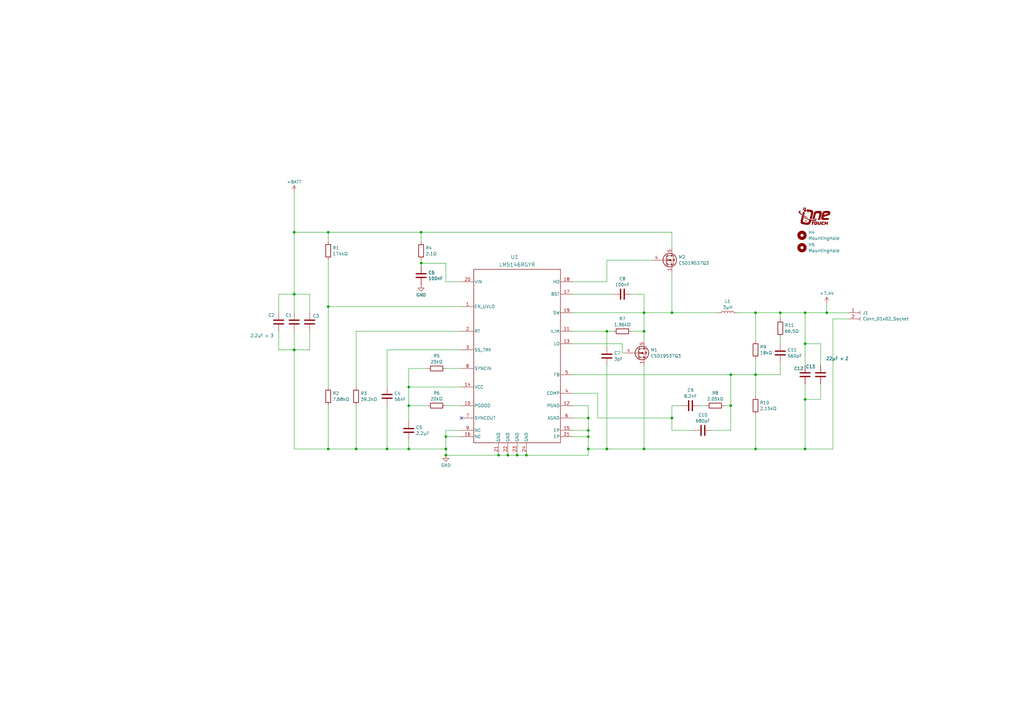
<source format=kicad_sch>
(kicad_sch (version 20231120) (generator "eeschema") (generator_version "8.0")
  (paper "A3")
  (lib_symbols
    (symbol "2024-10-20_14-32-06:LM5146RGYR" (pin_names (offset 0.254))
      (property "Reference" "U1" (at 21.844 10.16 0))
      (property "Value" "LM5146RGYR" (at 22.86 6.9791 0))
      (symbol "LM5146RGYR_0_1"
        (polyline (pts (xy 5.08 -66.04) (xy 40.64 -66.04)) (stroke (width 0.2032)))
        (polyline (pts (xy 5.08 5.08) (xy 5.08 -66.04)) (stroke (width 0.2032)))
        (polyline (pts (xy 40.64 -66.04) (xy 40.64 5.08)) (stroke (width 0.2032)))
        (polyline (pts (xy 40.64 5.08) (xy 5.08 5.08)) (stroke (width 0.2032)))
        (pin input line (at 0 -10.16 0) (length 5.08) (name "EN_UVLO") (number "1"))
        (pin open_collector line (at 0 -50.8 0) (length 5.08) (name "PGOOD") (number "10"))
        (pin unspecified line (at 45.72 -20.32 180) (length 5.08) (name "ILIM") (number "11"))
        (pin power_in line (at 45.72 -50.8 180) (length 5.08) (name "PGND") (number "12"))
        (pin unspecified line (at 45.72 -25.4 180) (length 5.08) (name "LO") (number "13"))
        (pin unspecified line (at 0 -43.18 0) (length 5.08) (name "VCC") (number "14"))
        (pin power_in line (at 45.72 -60.96 180) (length 5.08) (name "EP") (number "15"))
        (pin unspecified line (at 0 -63.5 0) (length 5.08) (name "NC") (number "16"))
        (pin unspecified line (at 45.72 -5.08 180) (length 5.08) (name "BST") (number "17"))
        (pin unspecified line (at 45.72 0 180) (length 5.08) (name "HO") (number "18"))
        (pin unspecified line (at 45.72 -12.7 180) (length 5.08) (name "SW") (number "19"))
        (pin unspecified line (at 0 -20.32 0) (length 5.08) (name "RT") (number "2"))
        (pin power_in line (at 0 0 0) (length 5.08) (name "VIN") (number "20"))
        (pin power_in line (at 45.72 -63.5 180) (length 5.08) (name "EP") (number "21"))
        (pin unspecified line (at 0 -27.94 0) (length 5.08) (name "SS_TRK") (number "3"))
        (pin unspecified line (at 45.72 -45.72 180) (length 5.08) (name "COMP") (number "4"))
        (pin unspecified line (at 45.72 -38.1 180) (length 5.08) (name "FB") (number "5"))
        (pin power_in line (at 45.72 -55.88 180) (length 5.08) (name "AGND") (number "6"))
        (pin output line (at 0 -55.88 0) (length 5.08) (name "SYNCOUT") (number "7"))
        (pin input line (at 0 -35.56 0) (length 5.08) (name "SYNCIN") (number "8"))
        (pin input line (at 0 -60.96 0) (length 5.08) (name "NC") (number "9"))
      )
      (symbol "LM5146RGYR_1_1"
        (pin unspecified line (at 15.24 -71.12 90) (length 5.08) (name "GND") (number "21"))
        (pin unspecified line (at 19.05 -71.12 90) (length 5.08) (name "GND") (number "22"))
        (pin unspecified line (at 22.86 -71.12 90) (length 5.08) (name "GND") (number "23"))
        (pin unspecified line (at 26.67 -71.12 90) (length 5.08) (name "GND") (number "24"))
      )
    )
    (symbol "Connector:Conn_01x02_Socket" (pin_names (offset 1.016) hide)
      (property "Reference" "J" (at 0 2.54 0))
      (property "Value" "Conn_01x02_Socket" (at 0 -5.08 0))
      (symbol "Conn_01x02_Socket_1_1"
        (arc (start 0 -2.032) (mid -0.5058 -2.54) (end 0 -3.048) (stroke (width 0.1524)))
        (polyline (pts (xy -1.27 -2.54) (xy -0.508 -2.54)) (stroke (width 0.1524)))
        (polyline (pts (xy -1.27 0) (xy -0.508 0)) (stroke (width 0.1524)))
        (arc (start 0 0.508) (mid -0.5058 0) (end 0 -0.508) (stroke (width 0.1524)))
        (pin passive line (at -5.08 0 0) (length 3.81) (name "Pin_1") (number "1"))
        (pin passive line (at -5.08 -2.54 0) (length 3.81) (name "Pin_2") (number "2"))
      )
    )
    (symbol "Device:C" (pin_numbers hide) (pin_names (offset 0.254))
      (property "Reference" "C" (at 0.635 2.54 0))
      (property "Value" "C" (at 0.635 -2.54 0))
      (symbol "C_0_1"
        (polyline (pts (xy -2.032 -0.762) (xy 2.032 -0.762)) (stroke (width 0.508)))
        (polyline (pts (xy -2.032 0.762) (xy 2.032 0.762)) (stroke (width 0.508)))
      )
      (symbol "C_1_1"
        (pin passive line (at 0 3.81 270) (length 2.794) (name "~") (number "1"))
        (pin passive line (at 0 -3.81 90) (length 2.794) (name "~") (number "2"))
      )
    )
    (symbol "Device:L" (pin_numbers hide) (pin_names (offset 1.016) hide)
      (property "Reference" "L" (at -1.27 0 90))
      (property "Value" "L" (at 1.905 0 90))
      (symbol "L_0_1"
        (arc (start 0 -2.54) (mid 0.6323 -1.905) (end 0 -1.27))
        (arc (start 0 -1.27) (mid 0.6323 -0.635) (end 0 0))
        (arc (start 0 0) (mid 0.6323 0.635) (end 0 1.27))
        (arc (start 0 1.27) (mid 0.6323 1.905) (end 0 2.54))
      )
      (symbol "L_1_1"
        (pin passive line (at 0 3.81 270) (length 1.27) (name "1") (number "1"))
        (pin passive line (at 0 -3.81 90) (length 1.27) (name "2") (number "2"))
      )
    )
    (symbol "Device:R" (pin_numbers hide) (pin_names (offset 0))
      (property "Reference" "R" (at 2.032 0 90))
      (property "Value" "R" (at 0 0 90))
      (symbol "R_0_1"
        (rectangle (start -1.016 -2.54) (end 1.016 2.54) (stroke (width 0.254)))
      )
      (symbol "R_1_1"
        (pin passive line (at 0 3.81 270) (length 1.27) (name "~") (number "1"))
        (pin passive line (at 0 -3.81 90) (length 1.27) (name "~") (number "2"))
      )
    )
    (symbol "Mechanical:MountingHole" (pin_names (offset 1.016)) (exclude_from_sim yes) (in_bom no)
      (property "Reference" "H" (at 0 5.08 0))
      (property "Value" "MountingHole" (at 0 3.175 0))
      (symbol "MountingHole_0_1"
        (circle (center 0 0) (radius 1.27) (stroke (width 1.27)))
      )
    )
    (symbol "Transistor_FET:CSD19537Q3" (pin_names hide)
      (property "Reference" "Q" (at 5.08 1.905 0))
      (property "Value" "CSD19537Q3" (at 5.08 0 0))
      (symbol "CSD19537Q3_0_1"
        (polyline (pts (xy 0.254 0) (xy -2.54 0)))
        (polyline (pts (xy 0.254 1.905) (xy 0.254 -1.905)) (stroke (width 0.254)))
        (polyline (pts (xy 0.762 -1.27) (xy 0.762 -2.286)) (stroke (width 0.254)))
        (polyline (pts (xy 0.762 0.508) (xy 0.762 -0.508)) (stroke (width 0.254)))
        (polyline (pts (xy 0.762 2.286) (xy 0.762 1.27)) (stroke (width 0.254)))
        (polyline (pts (xy 2.54 2.54) (xy 2.54 1.778)))
        (polyline (pts (xy 2.54 -2.54) (xy 2.54 0) (xy 0.762 0)))
        (polyline (pts (xy 0.762 -1.778) (xy 3.302 -1.778) (xy 3.302 1.778) (xy 0.762 1.778)))
        (polyline (pts (xy 1.016 0) (xy 2.032 0.381) (xy 2.032 -0.381) (xy 1.016 0)) (fill (type outline)))
        (polyline (pts (xy 2.794 0.508) (xy 2.921 0.381) (xy 3.683 0.381) (xy 3.81 0.254)))
        (polyline (pts (xy 3.302 0.381) (xy 2.921 -0.254) (xy 3.683 -0.254) (xy 3.302 0.381)))
        (circle (center 1.651 0) (radius 2.794) (stroke (width 0.254)))
        (circle (center 2.54 -1.778) (radius 0.254) (fill (type outline)))
        (circle (center 2.54 1.778) (radius 0.254) (fill (type outline)))
      )
      (symbol "CSD19537Q3_1_1"
        (pin passive line (at 2.54 -5.08 90) (length 2.54) (name "S") (number "1"))
        (pin passive line (at 2.54 -5.08 90) (length 2.54) hide (name "S") (number "2"))
        (pin passive line (at 2.54 -5.08 90) (length 2.54) hide (name "S") (number "3"))
        (pin passive line (at -5.08 0 0) (length 2.54) (name "G") (number "4"))
        (pin passive line (at 2.54 5.08 270) (length 2.54) (name "D") (number "5"))
      )
    )
    (symbol "onetouchlogo:LOGO" (pin_names (offset 1.016))
      (symbol "LOGO_0_0"
        (polyline (pts (xy -2.3876 1.7526) (xy -2.4384 1.778) (xy -2.6416 1.8034) (xy -2.667 1.8034) (xy -2.8194 1.8288) (xy -2.8702 1.778) (xy -2.7686 1.7526) (xy -2.6162 1.7272) (xy -2.4384 1.7272) (xy -2.3876 1.7526)) (stroke (width 0.0254)) (fill (type outline)))
        (polyline (pts (xy -4.3688 2.7686) (xy -4.318 2.8956) (xy -4.2926 2.9718) (xy -4.2672 3.1242) (xy -4.3434 3.175) (xy -4.4704 3.175) (xy -4.5974 3.1496) (xy -4.6736 3.0988) (xy -4.699 2.9464) (xy -4.699 2.8194) (xy -4.6482 2.7432) (xy -4.5212 2.7432) (xy -4.3688 2.7686)) (stroke (width 0.0254)) (fill (type outline)))
        (polyline (pts (xy -3.048 -1.8034) (xy -2.9972 -1.778) (xy -3.0734 -1.7272) (xy -3.2258 -1.7018) (xy -3.6322 -1.651) (xy -3.7846 -1.651) (xy -3.8862 -1.6764) (xy -3.937 -1.7018) (xy -3.8862 -1.778) (xy -3.7592 -1.8034) (xy -3.6068 -1.8288) (xy -3.2004 -1.8288) (xy -3.048 -1.8034)) (stroke (width 0.0254)) (fill (type outline)))
        (polyline (pts (xy -4.318 3.4544) (xy -4.2164 3.4798) (xy -4.191 3.6068) (xy -4.2164 3.6322) (xy -4.2418 3.7338) (xy -4.3688 3.7592) (xy -4.4704 3.7338) (xy -4.5212 3.7084) (xy -4.5212 3.6576) (xy -4.572 3.5306) (xy -4.572 3.5052) (xy -4.5466 3.4544) (xy -4.3942 3.429) (xy -4.318 3.4544)) (stroke (width 0.0254)) (fill (type outline)))
        (polyline (pts (xy -3.5814 3.1496) (xy -3.5306 3.2512) (xy -3.5052 3.429) (xy -3.5052 3.4544) (xy -3.4798 3.6068) (xy -3.556 3.6576) (xy -3.683 3.683) (xy -3.7846 3.683) (xy -3.9116 3.6576) (xy -3.9878 3.556) (xy -4.0386 3.3528) (xy -4.0894 3.1242) (xy -3.683 3.1242) (xy -3.5814 3.1496)) (stroke (width 0.0254)) (fill (type outline)))
        (polyline (pts (xy -3.5814 2.1336) (xy -3.5052 2.2098) (xy -3.4544 2.3368) (xy -3.4036 2.5654) (xy -3.3528 2.8702) (xy -3.937 2.8702) (xy -4.0894 2.8448) (xy -4.1402 2.8194) (xy -4.1402 2.794) (xy -4.1656 2.667) (xy -4.191 2.4892) (xy -4.2164 2.413) (xy -4.2418 2.2352) (xy -4.2164 2.159) (xy -4.191 2.1336) (xy -4.064 2.1082) (xy -3.7084 2.1082) (xy -3.5814 2.1336)) (stroke (width 0.0254)) (fill (type outline)))
        (polyline (pts (xy -4.191 0.762) (xy -4.1402 0.9144) (xy -4.1402 0.9652) (xy -4.064 1.1938) (xy -4.0132 1.397) (xy -3.9624 1.5748) (xy -3.9624 1.6764) (xy -4.0132 1.7272) (xy -4.1656 1.7526) (xy -4.3434 1.8288) (xy -4.4958 1.9304) (xy -4.5466 1.9558) (xy -4.572 2.0066) (xy -4.6228 1.9558) (xy -4.6736 1.8542) (xy -4.7752 1.397) (xy -4.826 1.2192) (xy -4.826 1.0668) (xy -4.7244 0.9652) (xy -4.572 0.8382) (xy -4.4704 0.762) (xy -4.318 0.6858) (xy -4.2418 0.6604) (xy -4.191 0.762)) (stroke (width 0.0254)) (fill (type outline)))
        (polyline (pts (xy -0.8128 -3.2766) (xy -0.7366 -3.2512) (xy -0.6858 -3.1242) (xy -0.6096 -2.921) (xy -0.5588 -2.7686) (xy -0.508 -2.5654) (xy -0.4826 -2.4384) (xy -0.4318 -2.3876) (xy -0.2794 -2.3368) (xy -0.2032 -2.3368) (xy -0.0508 -2.2352) (xy 0 -2.0828) (xy -0.0254 -2.0574) (xy -0.1016 -2.032) (xy -0.7874 -2.032) (xy -0.9652 -2.0574) (xy -1.0668 -2.0828) (xy -1.1176 -2.1336) (xy -1.143 -2.1844) (xy -1.143 -2.2352) (xy -1.1176 -2.3114) (xy -0.9906 -2.3368) (xy -0.9398 -2.3368) (xy -0.8636 -2.3622) (xy -0.8382 -2.413) (xy -0.8636 -2.54) (xy -0.9398 -2.7432) (xy -0.9652 -2.8702) (xy -1.016 -3.048) (xy -1.016 -3.175) (xy -0.9906 -3.2512) (xy -0.8636 -3.302) (xy -0.8128 -3.2766)) (stroke (width 0.0254)) (fill (type outline)))
        (polyline (pts (xy 3.7338 -3.2512) (xy 3.81 -3.2004) (xy 3.8608 -3.1242) (xy 3.8608 -3.0988) (xy 3.8862 -3.0226) (xy 3.8608 -2.9972) (xy 3.7592 -2.9718) (xy 3.1496 -2.9718) (xy 3.2004 -2.794) (xy 3.2512 -2.6416) (xy 3.302 -2.4638) (xy 3.3782 -2.3876) (xy 3.5052 -2.3368) (xy 3.9116 -2.3368) (xy 4.064 -2.3114) (xy 4.1148 -2.286) (xy 4.1148 -2.2352) (xy 4.1656 -2.1082) (xy 4.1656 -2.0574) (xy 4.0894 -2.032) (xy 3.4544 -2.032) (xy 3.2258 -2.0828) (xy 3.0734 -2.1844) (xy 2.9718 -2.3622) (xy 2.8702 -2.6416) (xy 2.8702 -2.7178) (xy 2.8194 -2.921) (xy 2.8194 -3.0734) (xy 2.8702 -3.175) (xy 2.9972 -3.2258) (xy 3.0734 -3.2512) (xy 3.2512 -3.2766) (xy 3.556 -3.2766) (xy 3.7338 -3.2512)) (stroke (width 0.0254)) (fill (type outline)))
        (polyline (pts (xy 2.286 -3.2004) (xy 2.3622 -3.175) (xy 2.4384 -3.1242) (xy 2.5146 -3.0226) (xy 2.5654 -2.8702) (xy 2.6416 -2.6162) (xy 2.667 -2.54) (xy 2.7178 -2.3114) (xy 2.7686 -2.1336) (xy 2.794 -2.0574) (xy 2.7432 -2.032) (xy 2.6162 -2.032) (xy 2.5146 -2.0574) (xy 2.4384 -2.1082) (xy 2.3876 -2.2352) (xy 2.3368 -2.4384) (xy 2.2606 -2.6416) (xy 2.2098 -2.8194) (xy 2.1844 -2.8956) (xy 2.159 -2.921) (xy 2.032 -2.9718) (xy 1.7526 -2.9718) (xy 1.7018 -2.921) (xy 1.7272 -2.8448) (xy 1.7526 -2.667) (xy 1.8288 -2.4384) (xy 1.9558 -2.032) (xy 1.6256 -2.032) (xy 1.5748 -2.1082) (xy 1.4986 -2.286) (xy 1.4986 -2.3368) (xy 1.4224 -2.5654) (xy 1.3716 -2.7686) (xy 1.3462 -2.9718) (xy 1.3716 -3.1242) (xy 1.524 -3.2258) (xy 1.6764 -3.2766) (xy 2.0066 -3.2766) (xy 2.286 -3.2004)) (stroke (width 0.0254)) (fill (type outline)))
        (polyline (pts (xy 0.8382 -3.2004) (xy 0.8636 -3.2004) (xy 0.9652 -3.1242) (xy 1.0414 -3.048) (xy 1.0922 -2.8956) (xy 1.1684 -2.6416) (xy 1.1938 -2.5146) (xy 1.2446 -2.3114) (xy 1.2446 -2.2098) (xy 1.2192 -2.159) (xy 1.1684 -2.1082) (xy 1.1176 -2.0828) (xy 0.9652 -2.032) (xy 0.4826 -2.032) (xy 0.2794 -2.0828) (xy 0.2286 -2.1082) (xy 0.1524 -2.1844) (xy 0.0762 -2.3368) (xy 0 -2.5908) (xy -0.0508 -2.7432) (xy -0.1016 -2.9464) (xy 0.254 -2.9464) (xy 0.2794 -2.8194) (xy 0.3302 -2.667) (xy 0.3556 -2.5654) (xy 0.4064 -2.4384) (xy 0.508 -2.3622) (xy 0.6604 -2.3368) (xy 0.8382 -2.3368) (xy 0.8636 -2.3876) (xy 0.8636 -2.4892) (xy 0.8128 -2.6162) (xy 0.762 -2.8194) (xy 0.635 -2.9464) (xy 0.4572 -2.9718) (xy 0.3048 -2.9718) (xy 0.254 -2.9464) (xy -0.1016 -2.9464) (xy -0.1016 -3.0734) (xy -0.0508 -3.175) (xy 0.0762 -3.2258) (xy 0.254 -3.2766) (xy 0.5334 -3.2766) (xy 0.8382 -3.2004)) (stroke (width 0.0254)) (fill (type outline)))
        (polyline (pts (xy 5.2578 -3.2766) (xy 5.334 -3.175) (xy 5.3848 -3.0226) (xy 5.461 -2.7686) (xy 5.5118 -2.54) (xy 5.588 -2.3114) (xy 5.6134 -2.1336) (xy 5.6388 -2.0574) (xy 5.588 -2.032) (xy 5.4102 -2.032) (xy 5.3086 -2.1082) (xy 5.2324 -2.286) (xy 5.1816 -2.413) (xy 5.08 -2.4892) (xy 4.9022 -2.5146) (xy 4.6736 -2.54) (xy 4.7244 -2.2606) (xy 4.7244 -2.1844) (xy 4.7498 -2.0574) (xy 4.699 -2.032) (xy 4.5212 -2.032) (xy 4.445 -2.0828) (xy 4.3942 -2.159) (xy 4.3434 -2.3368) (xy 4.2672 -2.5908) (xy 4.2418 -2.6924) (xy 4.1656 -2.921) (xy 4.1402 -3.1242) (xy 4.1148 -3.2258) (xy 4.1402 -3.2766) (xy 4.2926 -3.2766) (xy 4.3688 -3.2512) (xy 4.4704 -3.175) (xy 4.5212 -3.0226) (xy 4.5212 -2.9718) (xy 4.572 -2.8448) (xy 4.6482 -2.794) (xy 5.08 -2.794) (xy 5.0292 -3.048) (xy 5.0292 -3.0988) (xy 5.0038 -3.2258) (xy 5.0546 -3.2766) (xy 5.1562 -3.302) (xy 5.2578 -3.2766)) (stroke (width 0.0254)) (fill (type outline)))
        (polyline (pts (xy -2.667 -0.4064) (xy -2.794 -0.3302) (xy -2.9972 -0.2286) (xy -3.2766 -0.0762) (xy -3.6068 0.1016) (xy -4.0894 0.3556) (xy -4.5466 0.6096) (xy -4.9022 0.8382) (xy -5.207 1.0414) (xy -5.4356 1.2192) (xy -5.6388 1.4224) (xy -5.7912 1.6002) (xy -5.9182 1.8288) (xy -5.9182 2.032) (xy -5.7912 2.1844) (xy -5.5626 2.286) (xy -5.461 2.3368) (xy -5.5372 2.3622) (xy -5.715 2.3622) (xy -6.0198 2.3368) (xy -6.2738 2.2606) (xy -6.4008 2.1336) (xy -6.4262 1.9812) (xy -6.35 1.7526) (xy -6.1722 1.4986) (xy -5.8674 1.2192) (xy -5.461 0.9144) (xy -5.3848 0.8636) (xy -5.1816 0.7112) (xy -5.0546 0.6096) (xy -5.0038 0.508) (xy -5.0038 0.4318) (xy -5.0292 0.4064) (xy -5.0038 0.3048) (xy -4.9022 0.2286) (xy -4.7244 0.1524) (xy -4.6228 0.1016) (xy -4.4704 0.0508) (xy -4.3688 0.0254) (xy -4.3434 0.0508) (xy -4.318 0.127) (xy -4.318 0.1778) (xy -4.2672 0.1778) (xy -4.1656 0.1524) (xy -4.0132 0.1016) (xy -3.7592 0) (xy -3.4036 -0.1524) (xy -2.8956 -0.3556) (xy -2.7178 -0.4064) (xy -2.6416 -0.4318) (xy -2.667 -0.4064)) (stroke (width 0.0254)) (fill (type outline)))
        (polyline (pts (xy -1.1684 -0.9652) (xy -1.1176 -0.889) (xy -1.1176 -0.8128) (xy -1.0668 -0.6096) (xy -0.9906 -0.3302) (xy -0.889 0) (xy -0.8128 0.3556) (xy -0.6858 0.8636) (xy -0.5842 1.2954) (xy -0.5334 1.651) (xy -0.5334 1.9304) (xy -0.5588 2.159) (xy -0.635 2.3368) (xy -0.7366 2.4892) (xy -0.762 2.5146) (xy -0.889 2.6162) (xy -1.016 2.6924) (xy -1.1684 2.7432) (xy -1.397 2.794) (xy -1.7272 2.8448) (xy -2.1336 2.8956) (xy -2.3876 2.921) (xy -2.6924 2.9718) (xy -2.8702 2.9972) (xy -2.9972 2.9972) (xy -3.048 2.9718) (xy -3.048 2.8956) (xy -3.0226 2.8702) (xy -3.0226 2.6924) (xy -3.0734 2.5146) (xy -3.0734 2.413) (xy -3.0988 2.2606) (xy -3.0988 2.2098) (xy -3.0734 2.1844) (xy -2.9464 2.1844) (xy -2.7432 2.1336) (xy -2.4892 2.1082) (xy -2.1082 2.0574) (xy -1.8034 2.0066) (xy -1.5748 1.9304) (xy -1.4478 1.8288) (xy -1.3716 1.651) (xy -1.3462 1.4224) (xy -1.397 1.1176) (xy -1.4732 0.7366) (xy -1.6002 0.2286) (xy -1.6764 -0.0508) (xy -1.7526 -0.3556) (xy -1.8034 -0.6096) (xy -1.8288 -0.7874) (xy -1.8288 -0.8636) (xy -1.6002 -0.9398) (xy -1.4478 -0.9652) (xy -1.27 -0.9906) (xy -1.1684 -0.9652)) (stroke (width 0.0254)) (fill (type outline)))
        (polyline (pts (xy 2.6416 0.1016) (xy 2.7178 0.3556) (xy 2.8194 0.8128) (xy 2.8956 1.143) (xy 2.9464 1.4224) (xy 2.9718 1.6256) (xy 2.9718 1.778) (xy 2.9464 1.905) (xy 2.8956 2.0066) (xy 2.8702 2.0828) (xy 2.7432 2.1844) (xy 2.5908 2.2606) (xy 2.3622 2.3368) (xy 2.032 2.3622) (xy 1.6002 2.3622) (xy 1.1176 2.3368) (xy 0.7366 2.286) (xy 0.4318 2.2098) (xy 0.2032 2.0574) (xy 0.0254 1.8542) (xy -0.1016 1.6002) (xy -0.1016 1.5748) (xy -0.1524 1.4478) (xy -0.2286 1.2192) (xy -0.3048 0.9144) (xy -0.381 0.5842) (xy -0.4826 0.2286) (xy -0.5588 -0.127) (xy -0.6604 -0.4318) (xy -0.7112 -0.7112) (xy -0.762 -0.9144) (xy -0.762 -0.9906) (xy -0.7366 -1.0414) (xy -0.6096 -1.0668) (xy -0.0254 -1.0668) (xy 0.2032 -0.1016) (xy 0.3048 0.3048) (xy 0.4064 0.6858) (xy 0.508 0.9906) (xy 0.6096 1.1938) (xy 0.7112 1.3208) (xy 0.8382 1.4224) (xy 0.9906 1.4478) (xy 1.2192 1.4732) (xy 1.8288 1.4732) (xy 1.9812 1.4478) (xy 2.0574 1.3716) (xy 2.0828 1.2446) (xy 2.0828 1.0668) (xy 2.032 0.8128) (xy 1.9558 0.4572) (xy 1.8288 -0.0254) (xy 1.524 -1.27) (xy 2.3114 -1.27) (xy 2.6416 0.1016)) (stroke (width 0.0254)) (fill (type outline)))
        (polyline (pts (xy 5.7912 -1.2192) (xy 5.842 -1.0668) (xy 5.8674 -0.9398) (xy 5.9182 -0.7366) (xy 5.969 -0.5588) (xy 4.2926 -0.5588) (xy 4.0386 -0.5334) (xy 3.8354 -0.4826) (xy 3.7338 -0.4318) (xy 3.683 -0.3556) (xy 3.683 -0.1524) (xy 3.7338 -0.1016) (xy 3.8354 -0.0508) (xy 4.0132 0.0254) (xy 4.2418 0.127) (xy 4.572 0.2286) (xy 5.0038 0.381) (xy 6.3246 0.8382) (xy 6.4008 1.1684) (xy 6.4008 1.2446) (xy 6.477 1.6002) (xy 6.4516 1.8796) (xy 6.3754 2.0828) (xy 6.223 2.2098) (xy 5.969 2.3114) (xy 5.588 2.3368) (xy 5.1054 2.3622) (xy 4.9022 2.3622) (xy 4.5212 2.3368) (xy 4.2164 2.3114) (xy 3.9878 2.2606) (xy 3.81 2.159) (xy 3.6322 2.032) (xy 3.4544 1.8542) (xy 3.4036 1.7272) (xy 3.3274 1.5494) (xy 3.2512 1.3208) (xy 3.1496 0.8636) (xy 3.9116 0.8636) (xy 3.9624 1.0414) (xy 4.0132 1.1938) (xy 4.0894 1.3716) (xy 4.191 1.4986) (xy 4.3688 1.5748) (xy 4.6228 1.6002) (xy 4.9784 1.5748) (xy 5.2832 1.5748) (xy 5.461 1.5494) (xy 5.5626 1.524) (xy 5.6134 1.4986) (xy 5.6388 1.4224) (xy 5.6388 1.397) (xy 5.588 1.3462) (xy 5.5118 1.2954) (xy 5.3594 1.2192) (xy 5.1308 1.1176) (xy 4.8006 1.016) (xy 4.699 0.9652) (xy 4.1656 0.7874) (xy 3.9878 0.7366) (xy 3.9116 0.7112) (xy 3.9116 0.8636) (xy 3.1496 0.8636) (xy 3.0734 0.6096) (xy 2.9718 0.1778) (xy 2.8956 -0.2286) (xy 2.8448 -0.5334) (xy 2.8702 -0.762) (xy 2.921 -0.9398) (xy 2.9972 -1.0668) (xy 3.1496 -1.1684) (xy 3.2258 -1.1938) (xy 3.3274 -1.2192) (xy 3.5052 -1.2192) (xy 3.7592 -1.2446) (xy 4.5466 -1.2446) (xy 5.7912 -1.2192)) (stroke (width 0.0254)) (fill (type outline)))
        (polyline (pts (xy -2.3876 -3.2004) (xy -2.3622 -3.2004) (xy -2.1336 -3.0988) (xy -1.9304 -2.9718) (xy -1.778 -2.7686) (xy -1.6256 -2.4892) (xy -1.4732 -2.1336) (xy -1.3208 -1.651) (xy -1.2446 -1.6256) (xy -1.1176 -1.6256) (xy -0.8636 -1.6764) (xy -0.6858 -1.7018) (xy -0.3048 -1.7526) (xy 0.0508 -1.7272) (xy 0.3302 -1.6764) (xy 0.5588 -1.6002) (xy 0.7366 -1.397) (xy 0.8128 -1.1684) (xy 0.762 -0.889) (xy 0.5842 -0.635) (xy 0.4318 -0.4572) (xy 0.508 -0.6604) (xy 0.5334 -0.7112) (xy 0.5588 -0.889) (xy 0.508 -1.016) (xy 0.508 -1.0414) (xy 0.3302 -1.2192) (xy 0.0508 -1.3208) (xy -0.3048 -1.3716) (xy -0.7366 -1.3716) (xy -1.27 -1.2954) (xy -1.8288 -1.143) (xy -2.4638 -0.9652) (xy -3.1496 -0.7112) (xy -3.8862 -0.4064) (xy -4.6482 -0.0508) (xy -4.7244 0) (xy -4.953 0.1016) (xy -5.1308 0.2032) (xy -5.2324 0.2286) (xy -5.1054 0.1016) (xy -5.3594 -0.889) (xy -5.461 -1.3208) (xy -5.5372 -1.7272) (xy -5.5372 -1.7526) (xy -4.7752 -1.7526) (xy -4.7752 -1.7018) (xy -4.7498 -1.5494) (xy -4.699 -1.3208) (xy -4.6482 -1.0668) (xy -4.572 -0.8128) (xy -4.5212 -0.5842) (xy -4.4704 -0.4064) (xy -4.445 -0.3302) (xy -4.4196 -0.3302) (xy -4.3434 -0.3556) (xy -4.1656 -0.4318) (xy -3.9116 -0.5334) (xy -3.6322 -0.6858) (xy -3.6068 -0.6858) (xy -2.9464 -0.9906) (xy -2.6416 -1.1176) (xy -2.4384 -1.1938) (xy -2.3368 -1.2446) (xy -2.159 -1.3208) (xy -2.0828 -1.3716) (xy -2.0574 -1.4478) (xy -2.0574 -1.5494) (xy -2.0828 -1.6256) (xy -2.159 -1.905) (xy -2.3114 -2.1336) (xy -2.4638 -2.3114) (xy -2.6924 -2.3876) (xy -3.048 -2.4384) (xy -3.5052 -2.3876) (xy -3.7084 -2.3622) (xy -3.9878 -2.3368) (xy -4.191 -2.3114) (xy -4.2926 -2.286) (xy -4.5466 -2.159) (xy -4.7244 -1.9812) (xy -4.7752 -1.7526) (xy -5.5372 -1.7526) (xy -5.588 -2.032) (xy -5.5626 -2.286) (xy -5.5118 -2.4892) (xy -5.4356 -2.6416) (xy -5.1816 -2.8956) (xy -4.9784 -2.9718) (xy -4.7498 -3.048) (xy -4.3942 -3.0988) (xy -3.9624 -3.1496) (xy -3.7338 -3.2004) (xy -3.3782 -3.2258) (xy -3.0988 -3.2512) (xy -2.8956 -3.2766) (xy -2.7686 -3.2766) (xy -2.3876 -3.2004)) (stroke (width 0.0254)) (fill (type outline)))
      )
    )
    (symbol "power:+7.5V" (power) (pin_numbers hide) (pin_names (offset 0) hide)
      (property "Value" "+7.5V" (at 0 3.556 0))
      (symbol "+7.5V_0_1"
        (polyline (pts (xy -0.762 1.27) (xy 0 2.54)))
        (polyline (pts (xy 0 0) (xy 0 2.54)))
        (polyline (pts (xy 0 2.54) (xy 0.762 1.27)))
      )
      (symbol "+7.5V_1_1"
        (pin power_in line (at 0 0 90) (length 0) (name "~") (number "1"))
      )
    )
    (symbol "power:+BATT" (power) (pin_numbers hide) (pin_names (offset 0) hide)
      (property "Value" "+BATT" (at 0 3.556 0))
      (symbol "+BATT_0_1"
        (polyline (pts (xy -0.762 1.27) (xy 0 2.54)))
        (polyline (pts (xy 0 0) (xy 0 2.54)))
        (polyline (pts (xy 0 2.54) (xy 0.762 1.27)))
      )
      (symbol "+BATT_1_1"
        (pin power_in line (at 0 0 90) (length 0) (name "~") (number "1"))
      )
    )
    (symbol "power:GND" (power) (pin_numbers hide) (pin_names (offset 0) hide)
      (property "Value" "GND" (at 0 -3.81 0))
      (symbol "GND_0_1"
        (polyline (pts (xy 0 0) (xy 0 -1.27) (xy 1.27 -1.27) (xy 0 -2.54) (xy -1.27 -1.27) (xy 0 -1.27)))
      )
      (symbol "GND_1_1"
        (pin power_in line (at 0 0 270) (length 0) (name "~") (number "1"))
      )
    )
  )
  (junction (at 275.59 171.45))
  (junction (at 309.88 153.67))
  (junction (at 120.65 120.65))
  (junction (at 275.59 128.27))
  (junction (at 330.2 184.15))
  (junction (at 182.88 179.07))
  (junction (at 264.16 184.15))
  (junction (at 320.04 128.27))
  (junction (at 248.92 135.89))
  (junction (at 241.3 171.45))
  (junction (at 167.64 184.15))
  (junction (at 146.05 184.15))
  (junction (at 215.9 186.69))
  (junction (at 172.72 95.25))
  (junction (at 208.28 186.69))
  (junction (at 134.62 125.73))
  (junction (at 309.88 128.27))
  (junction (at 212.09 186.69))
  (junction (at 134.62 95.25))
  (junction (at 241.3 184.15))
  (junction (at 204.47 186.69))
  (junction (at 299.72 166.37))
  (junction (at 120.65 95.25))
  (junction (at 120.65 143.51))
  (junction (at 241.3 179.07))
  (junction (at 330.2 128.27))
  (junction (at 309.88 184.15))
  (junction (at 330.2 140.97))
  (junction (at 299.72 153.67))
  (junction (at 182.88 186.69))
  (junction (at 241.3 176.53))
  (junction (at 264.16 128.27))
  (junction (at 134.62 184.15))
  (junction (at 167.64 158.75))
  (junction (at 264.16 135.89))
  (junction (at 158.75 184.15))
  (junction (at 167.64 166.37))
  (junction (at 339.09 128.27))
  (junction (at 248.92 184.15))
  (junction (at 172.72 107.95))
  (junction (at 182.88 184.15))
  (junction (at 330.2 163.83))
  (no_connect (at 189.23 171.45))
  (wire (pts (xy 167.64 180.34) (xy 167.64 184.15)))
  (wire (pts (xy 248.92 184.15) (xy 264.16 184.15)))
  (wire (pts (xy 248.92 184.15) (xy 241.3 184.15)))
  (wire (pts (xy 234.95 135.89) (xy 248.92 135.89)))
  (wire (pts (xy 172.72 99.06) (xy 172.72 95.25)))
  (wire (pts (xy 234.95 120.65) (xy 251.46 120.65)))
  (wire (pts (xy 330.2 184.15) (xy 309.88 184.15)))
  (wire (pts (xy 114.3 143.51) (xy 120.65 143.51)))
  (wire (pts (xy 172.72 107.95) (xy 172.72 109.22)))
  (wire (pts (xy 302.26 128.27) (xy 309.88 128.27)))
  (wire (pts (xy 241.3 171.45) (xy 241.3 166.37)))
  (wire (pts (xy 336.55 163.83) (xy 330.2 163.83)))
  (wire (pts (xy 127 135.89) (xy 127 143.51)))
  (wire (pts (xy 158.75 184.15) (xy 167.64 184.15)))
  (wire (pts (xy 320.04 130.81) (xy 320.04 128.27)))
  (wire (pts (xy 158.75 143.51) (xy 189.23 143.51)))
  (wire (pts (xy 167.64 158.75) (xy 189.23 158.75)))
  (wire (pts (xy 134.62 99.06) (xy 134.62 95.25)))
  (wire (pts (xy 275.59 171.45) (xy 275.59 176.53)))
  (wire (pts (xy 245.11 161.29) (xy 234.95 161.29)))
  (wire (pts (xy 241.3 176.53) (xy 241.3 171.45)))
  (wire (pts (xy 336.55 140.97) (xy 330.2 140.97)))
  (wire (pts (xy 264.16 128.27) (xy 264.16 135.89)))
  (wire (pts (xy 320.04 128.27) (xy 330.2 128.27)))
  (wire (pts (xy 336.55 157.48) (xy 336.55 163.83)))
  (wire (pts (xy 120.65 143.51) (xy 120.65 184.15)))
  (wire (pts (xy 120.65 95.25) (xy 134.62 95.25)))
  (wire (pts (xy 309.88 170.18) (xy 309.88 184.15)))
  (wire (pts (xy 134.62 125.73) (xy 134.62 158.75)))
  (wire (pts (xy 341.63 184.15) (xy 330.2 184.15)))
  (wire (pts (xy 248.92 115.57) (xy 234.95 115.57)))
  (wire (pts (xy 275.59 111.76) (xy 275.59 128.27)))
  (wire (pts (xy 127 120.65) (xy 120.65 120.65)))
  (wire (pts (xy 299.72 166.37) (xy 297.18 166.37)))
  (wire (pts (xy 248.92 135.89) (xy 248.92 142.24)))
  (wire (pts (xy 320.04 153.67) (xy 320.04 148.59)))
  (wire (pts (xy 146.05 158.75) (xy 146.05 135.89)))
  (wire (pts (xy 167.64 166.37) (xy 167.64 158.75)))
  (wire (pts (xy 330.2 163.83) (xy 330.2 184.15)))
  (wire (pts (xy 134.62 106.68) (xy 134.62 125.73)))
  (wire (pts (xy 172.72 107.95) (xy 182.88 107.95)))
  (wire (pts (xy 339.09 128.27) (xy 347.98 128.27)))
  (wire (pts (xy 146.05 166.37) (xy 146.05 184.15)))
  (wire (pts (xy 134.62 95.25) (xy 172.72 95.25)))
  (wire (pts (xy 182.88 186.69) (xy 182.88 184.15)))
  (wire (pts (xy 241.3 179.07) (xy 241.3 176.53)))
  (wire (pts (xy 234.95 171.45) (xy 241.3 171.45)))
  (wire (pts (xy 182.88 115.57) (xy 189.23 115.57)))
  (wire (pts (xy 264.16 149.86) (xy 264.16 184.15)))
  (wire (pts (xy 248.92 135.89) (xy 251.46 135.89)))
  (wire (pts (xy 341.63 130.81) (xy 341.63 184.15)))
  (wire (pts (xy 275.59 166.37) (xy 275.59 171.45)))
  (wire (pts (xy 172.72 95.25) (xy 275.59 95.25)))
  (wire (pts (xy 275.59 128.27) (xy 294.64 128.27)))
  (wire (pts (xy 320.04 138.43) (xy 320.04 140.97)))
  (wire (pts (xy 255.27 144.78) (xy 255.27 140.97)))
  (wire (pts (xy 255.27 144.78) (xy 256.54 144.78)))
  (wire (pts (xy 158.75 166.37) (xy 158.75 184.15)))
  (wire (pts (xy 309.88 128.27) (xy 309.88 139.7)))
  (wire (pts (xy 167.64 172.72) (xy 167.64 166.37)))
  (wire (pts (xy 309.88 128.27) (xy 320.04 128.27)))
  (wire (pts (xy 134.62 166.37) (xy 134.62 184.15)))
  (wire (pts (xy 309.88 153.67) (xy 309.88 162.56)))
  (wire (pts (xy 182.88 151.13) (xy 189.23 151.13)))
  (wire (pts (xy 172.72 106.68) (xy 172.72 107.95)))
  (wire (pts (xy 182.88 179.07) (xy 182.88 176.53)))
  (wire (pts (xy 146.05 184.15) (xy 158.75 184.15)))
  (wire (pts (xy 299.72 166.37) (xy 299.72 153.67)))
  (wire (pts (xy 287.02 166.37) (xy 289.56 166.37)))
  (wire (pts (xy 245.11 171.45) (xy 275.59 171.45)))
  (wire (pts (xy 167.64 166.37) (xy 175.26 166.37)))
  (wire (pts (xy 292.1 176.53) (xy 299.72 176.53)))
  (wire (pts (xy 234.95 153.67) (xy 299.72 153.67)))
  (wire (pts (xy 127 128.27) (xy 127 120.65)))
  (wire (pts (xy 127 143.51) (xy 120.65 143.51)))
  (wire (pts (xy 120.65 95.25) (xy 120.65 120.65)))
  (wire (pts (xy 347.98 130.81) (xy 341.63 130.81)))
  (wire (pts (xy 234.95 128.27) (xy 264.16 128.27)))
  (wire (pts (xy 248.92 149.86) (xy 248.92 184.15)))
  (wire (pts (xy 299.72 166.37) (xy 299.72 176.53)))
  (wire (pts (xy 204.47 186.69) (xy 208.28 186.69)))
  (wire (pts (xy 167.64 151.13) (xy 175.26 151.13)))
  (wire (pts (xy 182.88 179.07) (xy 189.23 179.07)))
  (wire (pts (xy 134.62 125.73) (xy 189.23 125.73)))
  (wire (pts (xy 120.65 78.74) (xy 120.65 95.25)))
  (wire (pts (xy 339.09 124.46) (xy 339.09 128.27)))
  (wire (pts (xy 275.59 176.53) (xy 284.48 176.53)))
  (wire (pts (xy 215.9 186.69) (xy 241.3 186.69)))
  (wire (pts (xy 158.75 158.75) (xy 158.75 143.51)))
  (wire (pts (xy 234.95 179.07) (xy 241.3 179.07)))
  (wire (pts (xy 259.08 135.89) (xy 264.16 135.89)))
  (wire (pts (xy 134.62 184.15) (xy 146.05 184.15)))
  (wire (pts (xy 248.92 106.68) (xy 267.97 106.68)))
  (wire (pts (xy 264.16 128.27) (xy 275.59 128.27)))
  (wire (pts (xy 182.88 107.95) (xy 182.88 115.57)))
  (wire (pts (xy 114.3 128.27) (xy 114.3 120.65)))
  (wire (pts (xy 182.88 186.69) (xy 204.47 186.69)))
  (wire (pts (xy 212.09 186.69) (xy 215.9 186.69)))
  (wire (pts (xy 167.64 184.15) (xy 182.88 184.15)))
  (wire (pts (xy 259.08 120.65) (xy 264.16 120.65)))
  (wire (pts (xy 182.88 166.37) (xy 189.23 166.37)))
  (wire (pts (xy 299.72 153.67) (xy 309.88 153.67)))
  (wire (pts (xy 241.3 184.15) (xy 241.3 179.07)))
  (wire (pts (xy 146.05 135.89) (xy 189.23 135.89)))
  (wire (pts (xy 120.65 135.89) (xy 120.65 143.51)))
  (wire (pts (xy 339.09 128.27) (xy 330.2 128.27)))
  (wire (pts (xy 120.65 120.65) (xy 120.65 128.27)))
  (wire (pts (xy 264.16 184.15) (xy 309.88 184.15)))
  (wire (pts (xy 330.2 140.97) (xy 330.2 149.86)))
  (wire (pts (xy 264.16 120.65) (xy 264.16 128.27)))
  (wire (pts (xy 336.55 149.86) (xy 336.55 140.97)))
  (wire (pts (xy 248.92 106.68) (xy 248.92 115.57)))
  (wire (pts (xy 279.4 166.37) (xy 275.59 166.37)))
  (wire (pts (xy 241.3 186.69) (xy 241.3 184.15)))
  (wire (pts (xy 275.59 95.25) (xy 275.59 101.6)))
  (wire (pts (xy 208.28 186.69) (xy 212.09 186.69)))
  (wire (pts (xy 182.88 176.53) (xy 189.23 176.53)))
  (wire (pts (xy 114.3 120.65) (xy 120.65 120.65)))
  (wire (pts (xy 330.2 157.48) (xy 330.2 163.83)))
  (wire (pts (xy 309.88 153.67) (xy 320.04 153.67)))
  (wire (pts (xy 167.64 158.75) (xy 167.64 151.13)))
  (wire (pts (xy 182.88 184.15) (xy 182.88 179.07)))
  (wire (pts (xy 241.3 166.37) (xy 234.95 166.37)))
  (wire (pts (xy 234.95 176.53) (xy 241.3 176.53)))
  (wire (pts (xy 255.27 140.97) (xy 234.95 140.97)))
  (wire (pts (xy 330.2 128.27) (xy 330.2 140.97)))
  (wire (pts (xy 309.88 147.32) (xy 309.88 153.67)))
  (wire (pts (xy 264.16 135.89) (xy 264.16 139.7)))
  (wire (pts (xy 245.11 171.45) (xy 245.11 161.29)))
  (wire (pts (xy 114.3 135.89) (xy 114.3 143.51)))
  (wire (pts (xy 120.65 184.15) (xy 134.62 184.15)))
  (symbol (lib_id "Mechanical:MountingHole") (at 328.93 96.52 0) (unit 1) (exclude_from_sim yes) (in_bom no)
    (property "Reference" "H4" (at 331.47 95.3078 0) (effects (justify left)))
    (property "Value" "MountingHole" (at 331.47 97.7321 0) (effects (justify left)))
    (property "Footprint" "MountingHole:MountingHole_2.2mm_M2_DIN965_Pad" (effects (hide yes)))
    (property "Description" "Mounting Hole without connection" (effects (hide yes)))
  )
  (symbol (lib_id "2024-10-20_14-32-06:LM5146RGYR") (at 189.23 115.57 0) (unit 1)
    (property "Reference" "U1" (at 211.074 105.41 0) (effects (font (size 1.524 1.524))))
    (property "Value" "LM5146RGYR" (at 212.09 108.5909 0) (effects (font (size 1.524 1.524))))
    (property "Footprint" "LM5146QRGYTQ1:RGY0020B-MFG" (effects (hide yes)))
    (property "Datasheet" "https://webench.ti.com/power-designer/switching-regulator/customize/2?VinMin=35&VinMax=60&O1V=7.4&O1I=20&base_pn=LM5146&AppType=None&Flavor=None&op_TA=22&origin=pf_panel&lang_chosen=en-US&optfactor=3&Topology=Buck&flavor=None&VoltageOption=None#:~:text=Texas%20Instruments-,LM5146RGYR,-1" (effects (hide yes)))
    (property "PArt Number" "LM5146RGYR" (effects (hide yes)))
  )
  (symbol (lib_id "Device:R") (at 134.62 102.87 0) (unit 1)
    (property "Reference" "R1" (at 136.398 101.6578 0) (effects (justify left)))
    (property "Value" "174kΩ" (at 136.398 104.0821 0) (effects (justify left)))
    (property "Footprint" "Resistor_SMD:R_0603_1608Metric" (effects (hide yes)))
    (property "Description" "Resistor" (effects (hide yes)))
  )
  (symbol (lib_id "power:+7.5V") (at 339.09 124.46 0) (unit 1)
    (property "Reference" "#PWR04" (effects (hide yes)))
    (property "Value" "+7.4V" (at 339.09 120.3269 0))
    (property "Description" "Power symbol creates a global label with name \"+7.5V\"" (effects (hide yes)))
  )
  (symbol (lib_id "Device:C") (at 288.29 176.53 90) (unit 1)
    (property "Reference" "C10" (at 288.29 170.2265 90))
    (property "Value" "680pF" (at 288.29 172.6508 90))
    (property "Footprint" "Resistor_SMD:R_0402_1005Metric" (effects (hide yes)))
    (property "Description" "Unpolarized capacitor" (effects (hide yes)))
  )
  (symbol (lib_id "Transistor_FET:CSD19537Q3") (at 273.05 106.68 0) (unit 1)
    (property "Reference" "M2" (at 278.257 105.4678 0) (effects (justify left)))
    (property "Value" "CSD19537Q3" (at 278.257 107.8921 0) (effects (justify left)))
    (property "Footprint" "Package_SON:VSON-8_3.3x3.3mm_P0.65mm_NexFET" (effects (hide yes)))
    (property "Datasheet" "http://www.ti.com/lit/ds/symlink/csd19537q3.pdf" (effects (hide yes)))
    (property "Description" "50A Id, 100V Vds, NexFET N-Channel Power MOSFET, 13mOhm Ron, Qg Typ 16.0nC, VSON8 3.3x3.3mm" (effects (hide yes)))
  )
  (symbol (lib_id "Device:C") (at 336.55 153.67 0) (unit 1)
    (property "Reference" "C13" (at 330.454 150.368 0) (effects (justify left)))
    (property "Value" "22µF x 2" (at 338.836 147.066 0) (effects (justify left)))
    (property "Footprint" "Capacitor_SMD:C_1206_3216Metric" (effects (hide yes)))
    (property "Description" "Unpolarized capacitor" (effects (hide yes)))
  )
  (symbol (lib_id "Connector:Conn_01x02_Socket") (at 353.06 128.27 0) (unit 1)
    (property "Reference" "J1" (at 353.7712 128.3278 0) (effects (justify left)))
    (property "Value" "Conn_01x02_Socket" (at 353.7712 130.7521 0) (effects (justify left)))
    (property "Footprint" "Connector_JST:JST_XH_S2B-XH-A_1x02_P2.50mm_Horizontal" (effects (hide yes)))
    (property "Description" "Generic connector, single row, 01x02, script generated" (effects (hide yes)))
  )
  (symbol (lib_id "power:GND") (at 172.72 116.84 0) (unit 1)
    (property "Reference" "#PWR02" (effects (hide yes)))
    (property "Value" "GND" (at 172.72 120.9731 0))
    (property "Description" "Power symbol creates a global label with name \"GND\" , ground" (effects (hide yes)))
  )
  (symbol (lib_id "Device:C") (at 172.72 113.03 0) (unit 1)
    (property "Reference" "C6" (at 175.641 111.8178 0) (effects (justify left)))
    (property "Value" "100nF" (at 175.641 114.2421 0) (effects (justify left)))
    (property "Footprint" "Capacitor_SMD:C_1210_3225Metric" (effects (hide yes)))
    (property "Description" "Unpolarized capacitor" (effects (hide yes)))
  )
  (symbol (lib_id "Device:C") (at 127 132.08 0) (unit 1)
    (property "Reference" "C3" (at 128.27 129.54 0) (effects (justify left)))
    (property "Value" "2.2uF x 3" (effects (hide yes)))
    (property "Footprint" "Capacitor_SMD:C_1206_3216Metric" (effects (hide yes)))
    (property "Description" "Unpolarized capacitor" (effects (hide yes)))
  )
  (symbol (lib_id "Device:C") (at 255.27 120.65 90) (unit 1)
    (property "Reference" "C8" (at 255.27 114.3465 90))
    (property "Value" "100nF" (at 255.27 116.7708 90))
    (property "Footprint" "Capacitor_SMD:C_1210_3225Metric" (effects (hide yes)))
    (property "Description" "Unpolarized capacitor" (effects (hide yes)))
  )
  (symbol (lib_id "onetouchlogo:LOGO") (at 334.01 88.9 0) (unit 1)
    (property "Reference" "#G1" (effects (hide yes)))
    (property "Value" "LOGO" (effects (hide yes)))
    (property "Footprint" "OneTouch_Logo:onetouchlogo" (effects (hide yes)))
  )
  (symbol (lib_id "Device:C") (at 248.92 146.05 0) (unit 1)
    (property "Reference" "C7" (at 251.841 144.8378 0) (effects (justify left)))
    (property "Value" "3pF" (at 251.841 147.2621 0) (effects (justify left)))
    (property "Footprint" "Capacitor_SMD:C_0402_1005Metric" (effects (hide yes)))
    (property "Description" "Unpolarized capacitor" (effects (hide yes)))
  )
  (symbol (lib_id "Device:R") (at 293.37 166.37 90) (unit 1)
    (property "Reference" "R8" (at 293.37 161.2095 90))
    (property "Value" "2.05kΩ" (at 293.37 163.6338 90))
    (property "Footprint" "Resistor_SMD:R_0402_1005Metric" (effects (hide yes)))
    (property "Description" "Resistor" (effects (hide yes)))
  )
  (symbol (lib_id "Device:C") (at 320.04 144.78 0) (unit 1)
    (property "Reference" "C11" (at 322.961 143.5678 0) (effects (justify left)))
    (property "Value" "560pF" (at 322.961 145.9921 0) (effects (justify left)))
    (property "Footprint" "Capacitor_SMD:C_0402_1005Metric" (effects (hide yes)))
    (property "Description" "Unpolarized capacitor" (effects (hide yes)))
  )
  (symbol (lib_id "Device:C") (at 167.64 176.53 0) (unit 1)
    (property "Reference" "C5" (at 170.561 175.3178 0) (effects (justify left)))
    (property "Value" "2.2µF" (at 170.561 177.7421 0) (effects (justify left)))
    (property "Footprint" "Capacitor_SMD:C_1206_3216Metric" (effects (hide yes)))
    (property "Description" "Unpolarized capacitor" (effects (hide yes)))
  )
  (symbol (lib_id "Device:L") (at 298.45 128.27 270) (mirror x) (unit 1)
    (property "Reference" "L1" (at 298.45 123.6202 90))
    (property "Value" "3µH" (at 298.45 126.0445 90))
    (property "Footprint" "Inductor_SMD:L_Coilcraft_XAL1580-302" (effects (hide yes)))
    (property "Description" "L1" (effects (hide yes)))
  )
  (symbol (lib_id "Device:R") (at 309.88 166.37 0) (unit 1)
    (property "Reference" "R10" (at 311.658 165.1578 0) (effects (justify left)))
    (property "Value" "2.15kΩ" (at 311.658 167.5821 0) (effects (justify left)))
    (property "Footprint" "Resistor_SMD:R_0402_1005Metric" (effects (hide yes)))
    (property "Description" "Resistor" (effects (hide yes)))
  )
  (symbol (lib_id "Device:R") (at 146.05 162.56 0) (unit 1)
    (property "Reference" "R3" (at 147.828 161.3478 0) (effects (justify left)))
    (property "Value" "39.2kΩ" (at 147.828 163.7721 0) (effects (justify left)))
    (property "Footprint" "Resistor_SMD:R_0603_1608Metric" (effects (hide yes)))
    (property "Description" "Resistor" (effects (hide yes)))
    (property "Part Number" "CRCW040239K2FKED" (effects (hide yes)))
  )
  (symbol (lib_id "Device:C") (at 330.2 153.67 0) (unit 1)
    (property "Reference" "C12" (at 325.628 151.13 0) (effects (justify left)))
    (property "Value" "22µF x 2" (effects (hide yes)))
    (property "Footprint" "Capacitor_SMD:C_1206_3216Metric" (effects (hide yes)))
    (property "Description" "Unpolarized capacitor" (effects (hide yes)))
  )
  (symbol (lib_id "Device:R") (at 320.04 134.62 0) (unit 1)
    (property "Reference" "R11" (at 321.818 133.4078 0) (effects (justify left)))
    (property "Value" "66.5Ω" (at 321.818 135.8321 0) (effects (justify left)))
    (property "Footprint" "Resistor_SMD:R_0402_1005Metric" (effects (hide yes)))
    (property "Description" "Resistor" (effects (hide yes)))
  )
  (symbol (lib_id "Device:R") (at 179.07 166.37 90) (unit 1)
    (property "Reference" "R6" (at 179.07 161.2095 90))
    (property "Value" "20kΩ" (at 179.07 163.6338 90))
    (property "Footprint" "Resistor_SMD:R_0603_1608Metric" (effects (hide yes)))
    (property "Description" "Resistor" (effects (hide yes)))
  )
  (symbol (lib_id "Device:C") (at 120.65 132.08 0) (unit 1)
    (property "Reference" "C1" (at 117.094 129.286 0) (effects (justify left)))
    (property "Value" "2.2uF x 3" (effects (hide yes)))
    (property "Footprint" "Capacitor_SMD:C_1206_3216Metric" (effects (hide yes)))
    (property "Description" "Unpolarized capacitor" (effects (hide yes)))
  )
  (symbol (lib_id "Transistor_FET:CSD19537Q3") (at 261.62 144.78 0) (unit 1)
    (property "Reference" "M1" (at 266.827 143.5678 0) (effects (justify left)))
    (property "Value" "CSD19537Q3" (at 266.827 145.9921 0) (effects (justify left)))
    (property "Footprint" "Package_SON:VSON-8_3.3x3.3mm_P0.65mm_NexFET" (effects (hide yes)))
    (property "Datasheet" "http://www.ti.com/lit/ds/symlink/csd19537q3.pdf" (effects (hide yes)))
    (property "Description" "50A Id, 100V Vds, NexFET N-Channel Power MOSFET, 13mOhm Ron, Qg Typ 16.0nC, VSON8 3.3x3.3mm" (effects (hide yes)))
  )
  (symbol (lib_id "Mechanical:MountingHole") (at 328.93 101.6 0) (unit 1) (exclude_from_sim yes) (in_bom no)
    (property "Reference" "H5" (at 331.47 100.3878 0) (effects (justify left)))
    (property "Value" "MountingHole" (at 331.47 102.8121 0) (effects (justify left)))
    (property "Footprint" "MountingHole:MountingHole_2.2mm_M2_DIN965_Pad" (effects (hide yes)))
    (property "Description" "Mounting Hole without connection" (effects (hide yes)))
  )
  (symbol (lib_id "Device:C") (at 114.3 132.08 0) (unit 1)
    (property "Reference" "C2" (at 109.982 129.286 0) (effects (justify left)))
    (property "Value" "2.2uF x 3" (at 102.616 137.668 0) (effects (justify left)))
    (property "Footprint" "Capacitor_SMD:C_1206_3216Metric" (effects (hide yes)))
    (property "Description" "Unpolarized capacitor" (effects (hide yes)))
  )
  (symbol (lib_id "Device:R") (at 255.27 135.89 90) (unit 1)
    (property "Reference" "R7" (at 255.27 130.7295 90))
    (property "Value" "1.96kΩ" (at 255.27 133.1538 90))
    (property "Footprint" "Resistor_SMD:R_0603_1608Metric" (effects (hide yes)))
    (property "Description" "Resistor" (effects (hide yes)))
  )
  (symbol (lib_id "Device:R") (at 134.62 162.56 0) (unit 1)
    (property "Reference" "R2" (at 136.398 161.3478 0) (effects (justify left)))
    (property "Value" "7.68kΩ" (at 136.398 163.7721 0) (effects (justify left)))
    (property "Footprint" "Resistor_SMD:R_0603_1608Metric" (effects (hide yes)))
    (property "Description" "Resistor" (effects (hide yes)))
  )
  (symbol (lib_id "Device:R") (at 179.07 151.13 90) (unit 1)
    (property "Reference" "R5" (at 179.07 145.9695 90))
    (property "Value" "20kΩ" (at 179.07 148.3938 90))
    (property "Footprint" "Resistor_SMD:R_0603_1608Metric" (effects (hide yes)))
    (property "Description" "Resistor" (effects (hide yes)))
  )
  (symbol (lib_id "Device:R") (at 309.88 143.51 0) (unit 1)
    (property "Reference" "R9" (at 311.658 142.2978 0) (effects (justify left)))
    (property "Value" "18kΩ" (at 311.658 144.7221 0) (effects (justify left)))
    (property "Footprint" "Resistor_SMD:R_0402_1005Metric" (effects (hide yes)))
    (property "Description" "Resistor" (effects (hide yes)))
  )
  (symbol (lib_id "power:GND") (at 182.88 186.69 0) (unit 1)
    (property "Reference" "#PWR03" (effects (hide yes)))
    (property "Value" "GND" (at 182.88 190.8231 0))
    (property "Description" "Power symbol creates a global label with name \"GND\" , ground" (effects (hide yes)))
  )
  (symbol (lib_id "power:+BATT") (at 120.65 78.74 0) (unit 1)
    (property "Reference" "#PWR01" (effects (hide yes)))
    (property "Value" "+BATT" (at 120.65 74.6069 0))
    (property "Description" "Power symbol creates a global label with name \"+BATT\"" (effects (hide yes)))
  )
  (symbol (lib_id "Device:C") (at 158.75 162.56 0) (unit 1)
    (property "Reference" "C4" (at 161.671 161.3478 0) (effects (justify left)))
    (property "Value" "56nF" (at 161.671 163.7721 0) (effects (justify left)))
    (property "Footprint" "Capacitor_SMD:C_0402_1005Metric" (effects (hide yes)))
    (property "Description" "Unpolarized capacitor" (effects (hide yes)))
  )
  (symbol (lib_id "Device:C") (at 283.21 166.37 90) (unit 1)
    (property "Reference" "C9" (at 283.21 160.0665 90))
    (property "Value" "8.2nF" (at 283.21 162.4908 90))
    (property "Footprint" "Resistor_SMD:R_0402_1005Metric" (effects (hide yes)))
    (property "Description" "Unpolarized capacitor" (effects (hide yes)))
  )
  (symbol (lib_id "Device:R") (at 172.72 102.87 0) (unit 1)
    (property "Reference" "R4" (at 174.498 101.6578 0) (effects (justify left)))
    (property "Value" "2.1Ω" (at 174.498 104.0821 0) (effects (justify left)))
    (property "Footprint" "Resistor_SMD:R_1206_3216Metric" (effects (hide yes)))
    (property "Description" "Resistor" (effects (hide yes)))
  )
)
</source>
